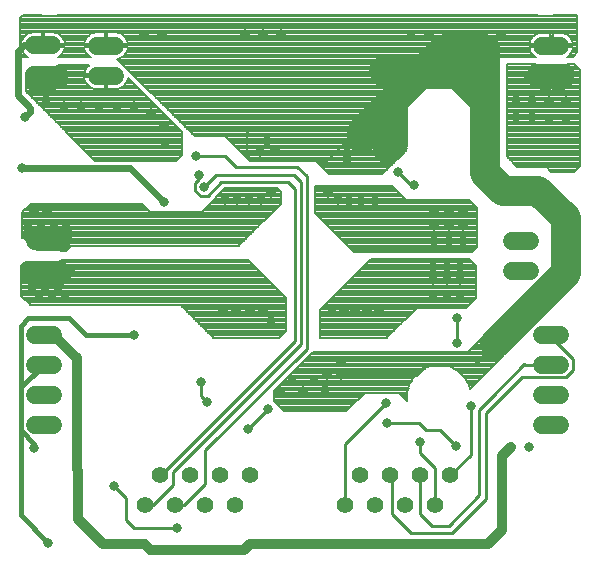
<source format=gbl>
G75*
%MOIN*%
%OFA0B0*%
%FSLAX25Y25*%
%IPPOS*%
%LPD*%
%AMOC8*
5,1,8,0,0,1.08239X$1,22.5*
%
%ADD10C,0.05937*%
%ADD11C,0.05543*%
%ADD12C,0.06000*%
%ADD13C,0.03200*%
%ADD14C,0.02400*%
%ADD15C,0.03200*%
%ADD16C,0.01000*%
%ADD17C,0.01600*%
%ADD18C,0.00800*%
%ADD19C,0.04000*%
%ADD20C,0.00787*%
%ADD21C,0.10000*%
D10*
X0011969Y0127850D02*
X0017906Y0127850D01*
X0017906Y0137850D02*
X0011969Y0137850D01*
X0011654Y0192929D02*
X0017591Y0192929D01*
X0017591Y0202929D02*
X0011654Y0202929D01*
X0171102Y0137890D02*
X0177039Y0137890D01*
X0177039Y0127890D02*
X0171102Y0127890D01*
X0181102Y0192850D02*
X0187039Y0192850D01*
X0187039Y0202850D02*
X0181102Y0202850D01*
D11*
X0150370Y0059622D03*
X0140370Y0059622D03*
X0130370Y0059622D03*
X0120370Y0059622D03*
X0115370Y0049661D03*
X0125370Y0049622D03*
X0135370Y0049622D03*
X0145370Y0049622D03*
X0083480Y0059819D03*
X0073480Y0059819D03*
X0063480Y0059819D03*
X0053480Y0059819D03*
X0048480Y0049858D03*
X0058480Y0049819D03*
X0068480Y0049819D03*
X0078480Y0049819D03*
D12*
X0017780Y0076551D02*
X0011780Y0076551D01*
X0011780Y0086551D02*
X0017780Y0086551D01*
X0017780Y0096551D02*
X0011780Y0096551D01*
X0011780Y0106551D02*
X0017780Y0106551D01*
X0032646Y0192850D02*
X0038646Y0192850D01*
X0038646Y0202850D02*
X0032646Y0202850D01*
X0181071Y0106551D02*
X0187071Y0106551D01*
X0187071Y0096551D02*
X0181071Y0096551D01*
X0181071Y0086551D02*
X0187071Y0086551D01*
X0187071Y0076551D02*
X0181071Y0076551D01*
D13*
X0016354Y0037220D03*
X0038402Y0056118D03*
X0025803Y0073441D03*
X0025803Y0077378D03*
X0011630Y0068717D03*
X0045094Y0106512D03*
X0067142Y0090764D03*
X0069110Y0084071D03*
X0082890Y0075016D03*
X0089583Y0081709D03*
X0093520Y0087614D03*
X0097457Y0091157D03*
X0101394Y0087614D03*
X0104937Y0091157D03*
X0108480Y0088008D03*
X0109268Y0093126D03*
X0113992Y0093126D03*
X0113992Y0097457D03*
X0110843Y0113992D03*
X0114780Y0114780D03*
X0118717Y0114780D03*
X0122654Y0114780D03*
X0126591Y0114780D03*
X0144701Y0119898D03*
X0144701Y0124622D03*
X0144701Y0128953D03*
X0149425Y0128953D03*
X0153756Y0128953D03*
X0153756Y0124622D03*
X0149425Y0124622D03*
X0149425Y0119898D03*
X0153756Y0119898D03*
X0152575Y0112024D03*
X0152575Y0103756D03*
X0157299Y0082890D03*
X0152181Y0069504D03*
X0140370Y0070685D03*
X0129346Y0076984D03*
X0128953Y0083677D03*
X0090764Y0111236D03*
X0088008Y0114386D03*
X0083677Y0114386D03*
X0078953Y0114386D03*
X0074622Y0114386D03*
X0075409Y0151394D03*
X0079346Y0151394D03*
X0083283Y0151394D03*
X0087220Y0151394D03*
X0090764Y0153756D03*
X0091945Y0167929D03*
X0089189Y0171079D03*
X0086827Y0167535D03*
X0068323Y0155724D03*
X0066748Y0159661D03*
X0065567Y0165961D03*
X0055331Y0170291D03*
X0054937Y0176197D03*
X0050606Y0180528D03*
X0045094Y0182890D03*
X0039189Y0182496D03*
X0033283Y0182496D03*
X0027378Y0182890D03*
X0021472Y0182890D03*
X0015567Y0184858D03*
X0008480Y0178953D03*
X0007693Y0162024D03*
X0011630Y0147457D03*
X0009661Y0143520D03*
X0013992Y0143520D03*
X0015961Y0147457D03*
X0018323Y0143520D03*
X0022260Y0141551D03*
X0019504Y0122260D03*
X0017535Y0118717D03*
X0015173Y0122260D03*
X0013205Y0118717D03*
X0010843Y0122260D03*
X0021866Y0118717D03*
X0054937Y0150606D03*
X0054150Y0206512D03*
X0048244Y0206512D03*
X0082102Y0206906D03*
X0088008Y0206906D03*
X0093913Y0206906D03*
X0115961Y0169504D03*
X0119898Y0167929D03*
X0123441Y0170291D03*
X0129740Y0168323D03*
X0132890Y0160843D03*
X0138402Y0156512D03*
X0145094Y0147850D03*
X0149819Y0147850D03*
X0154543Y0147850D03*
X0154543Y0142732D03*
X0149819Y0142732D03*
X0149819Y0137614D03*
X0154543Y0137614D03*
X0145094Y0137614D03*
X0145094Y0142732D03*
X0125409Y0151000D03*
X0120685Y0151000D03*
X0116748Y0151000D03*
X0112811Y0151394D03*
X0109661Y0153756D03*
X0115961Y0165173D03*
X0137220Y0206118D03*
X0143126Y0206512D03*
X0149425Y0206118D03*
X0155724Y0206118D03*
X0161630Y0206118D03*
X0167142Y0206512D03*
X0172260Y0184858D03*
X0172260Y0178953D03*
X0177772Y0178953D03*
X0177772Y0184858D03*
X0183283Y0184465D03*
X0188795Y0184465D03*
X0188795Y0178559D03*
X0183283Y0178559D03*
X0176591Y0069110D03*
X0170685Y0069110D03*
X0059268Y0041945D03*
D14*
X0054937Y0150606D02*
X0043520Y0162024D01*
X0007693Y0162024D01*
X0008480Y0178953D02*
X0010435Y0180908D01*
X0010435Y0182089D01*
X0006200Y0186324D01*
X0006200Y0201000D01*
X0008129Y0202929D01*
X0014622Y0202929D01*
D15*
X0014780Y0106551D02*
X0017890Y0106551D01*
X0025803Y0098638D01*
X0025803Y0077378D01*
X0025803Y0073441D01*
X0025803Y0061630D01*
X0026197Y0061236D01*
X0026197Y0045094D01*
X0034475Y0036817D01*
X0048450Y0036817D01*
X0050408Y0034858D01*
X0081592Y0034858D01*
X0083550Y0036817D01*
X0162801Y0036817D01*
X0167535Y0041551D01*
X0167535Y0065961D01*
X0170685Y0069110D01*
D16*
X0162417Y0080528D02*
X0162417Y0051787D01*
X0151000Y0040370D01*
X0137220Y0040370D01*
X0130921Y0046669D01*
X0130921Y0059071D01*
X0130370Y0059622D01*
X0140370Y0059622D02*
X0140370Y0046669D01*
X0144307Y0042732D01*
X0149819Y0042732D01*
X0160055Y0052969D01*
X0160055Y0081544D01*
X0160199Y0081689D01*
X0160199Y0081853D01*
X0163795Y0085449D01*
X0175016Y0096669D01*
X0175134Y0096551D01*
X0184071Y0096551D01*
X0188852Y0092251D02*
X0174141Y0092251D01*
X0162417Y0080528D01*
X0157299Y0082890D02*
X0157299Y0066551D01*
X0150370Y0059622D01*
X0145370Y0062142D02*
X0140370Y0067142D01*
X0140370Y0070685D01*
X0142196Y0074846D02*
X0146839Y0074846D01*
X0152181Y0069504D01*
X0145370Y0062142D02*
X0145370Y0049622D01*
X0142196Y0074846D02*
X0140058Y0076984D01*
X0129346Y0076984D01*
X0128953Y0083677D02*
X0115370Y0070094D01*
X0115370Y0049661D01*
X0089583Y0081709D02*
X0082890Y0075016D01*
X0082496Y0074622D01*
X0068717Y0067929D02*
X0102575Y0101787D01*
X0102575Y0159268D01*
X0099425Y0162417D01*
X0078953Y0162417D01*
X0075409Y0165961D01*
X0065567Y0165961D01*
X0066748Y0159661D02*
X0066748Y0158251D01*
X0065423Y0156926D01*
X0065423Y0154523D01*
X0067122Y0152824D01*
X0069524Y0152824D01*
X0073999Y0157299D01*
X0096276Y0157299D01*
X0098638Y0154937D01*
X0098638Y0104543D01*
X0053913Y0059819D01*
X0053480Y0059819D01*
X0058087Y0060843D02*
X0058087Y0056512D01*
X0051433Y0049858D01*
X0048480Y0049858D01*
X0042339Y0052181D02*
X0042339Y0044701D01*
X0045094Y0041945D01*
X0059268Y0041945D01*
X0058480Y0049819D02*
X0061630Y0049819D01*
X0068717Y0056906D01*
X0068717Y0067929D01*
X0058087Y0060843D02*
X0100606Y0103362D01*
X0100606Y0157299D01*
X0098244Y0159661D01*
X0072260Y0159661D01*
X0068323Y0155724D01*
X0113992Y0093126D02*
X0138877Y0093126D01*
X0142196Y0096445D01*
X0158256Y0096445D01*
X0165173Y0103362D01*
X0152575Y0103756D02*
X0152575Y0112024D01*
X0184071Y0106551D02*
X0184071Y0105632D01*
X0191371Y0098332D01*
X0191371Y0094770D01*
X0188852Y0092251D01*
X0138402Y0156512D02*
X0137220Y0156512D01*
X0132890Y0160843D01*
X0067142Y0086039D02*
X0069110Y0084071D01*
X0067142Y0086039D02*
X0067142Y0090764D01*
X0038402Y0056118D02*
X0042339Y0052181D01*
D17*
X0016354Y0037220D02*
X0007180Y0046395D01*
X0007180Y0074646D01*
X0007180Y0088951D01*
X0007180Y0109542D01*
X0009661Y0112024D01*
X0023441Y0112024D01*
X0028953Y0106512D01*
X0045094Y0106512D01*
X0014780Y0096551D02*
X0007180Y0088951D01*
X0007180Y0074646D02*
X0011630Y0070195D01*
X0011630Y0068717D01*
D18*
X0091551Y0084465D02*
X0091551Y0087614D01*
X0104543Y0100606D01*
X0156118Y0100606D01*
X0161630Y0106118D01*
X0162024Y0106118D01*
X0168323Y0099819D01*
X0156986Y0088482D01*
X0156639Y0089775D01*
X0155231Y0092215D01*
X0153239Y0094207D01*
X0150799Y0095616D01*
X0148078Y0096345D01*
X0145261Y0096345D01*
X0142540Y0095616D01*
X0140100Y0094207D01*
X0138108Y0092215D01*
X0136699Y0089775D01*
X0135970Y0087054D01*
X0135970Y0084534D01*
X0133283Y0087220D01*
X0121866Y0087220D01*
X0115567Y0080921D01*
X0095094Y0080921D01*
X0091551Y0084465D01*
X0091551Y0084844D02*
X0119489Y0084844D01*
X0118691Y0084045D02*
X0091971Y0084045D01*
X0092769Y0083247D02*
X0117892Y0083247D01*
X0117094Y0082448D02*
X0093568Y0082448D01*
X0094366Y0081650D02*
X0116295Y0081650D01*
X0120288Y0085642D02*
X0091551Y0085642D01*
X0091551Y0086441D02*
X0121086Y0086441D01*
X0134063Y0086441D02*
X0135970Y0086441D01*
X0135970Y0085642D02*
X0134862Y0085642D01*
X0135660Y0084844D02*
X0135970Y0084844D01*
X0136020Y0087239D02*
X0091551Y0087239D01*
X0091975Y0088038D02*
X0136234Y0088038D01*
X0136448Y0088836D02*
X0092773Y0088836D01*
X0093572Y0089635D02*
X0136662Y0089635D01*
X0137079Y0090433D02*
X0094370Y0090433D01*
X0095169Y0091232D02*
X0137540Y0091232D01*
X0138001Y0092030D02*
X0095967Y0092030D01*
X0096766Y0092829D02*
X0138721Y0092829D01*
X0139520Y0093627D02*
X0097564Y0093627D01*
X0098363Y0094426D02*
X0140479Y0094426D01*
X0141862Y0095224D02*
X0099161Y0095224D01*
X0099960Y0096023D02*
X0144059Y0096023D01*
X0149280Y0096023D02*
X0164527Y0096023D01*
X0165325Y0096821D02*
X0100758Y0096821D01*
X0101557Y0097620D02*
X0166124Y0097620D01*
X0166922Y0098418D02*
X0102355Y0098418D01*
X0103154Y0099217D02*
X0167721Y0099217D01*
X0168126Y0100015D02*
X0103952Y0100015D01*
X0151477Y0095224D02*
X0163728Y0095224D01*
X0162930Y0094426D02*
X0152860Y0094426D01*
X0153819Y0093627D02*
X0162131Y0093627D01*
X0161333Y0092829D02*
X0154617Y0092829D01*
X0155338Y0092030D02*
X0160534Y0092030D01*
X0159736Y0091232D02*
X0155799Y0091232D01*
X0156260Y0090433D02*
X0158937Y0090433D01*
X0158139Y0089635D02*
X0156677Y0089635D01*
X0156891Y0088836D02*
X0157340Y0088836D01*
X0156326Y0100814D02*
X0167328Y0100814D01*
X0166529Y0101612D02*
X0157124Y0101612D01*
X0157923Y0102411D02*
X0165731Y0102411D01*
X0164932Y0103209D02*
X0158721Y0103209D01*
X0159520Y0104008D02*
X0164134Y0104008D01*
X0163335Y0104806D02*
X0160318Y0104806D01*
X0161117Y0105605D02*
X0162537Y0105605D01*
X0184071Y0160843D02*
X0182496Y0162417D01*
X0172654Y0162417D01*
X0169110Y0165961D01*
X0169110Y0196669D01*
X0178975Y0196669D01*
X0178813Y0196587D01*
X0178256Y0196182D01*
X0177770Y0195696D01*
X0177366Y0195140D01*
X0177054Y0194527D01*
X0176841Y0193873D01*
X0176743Y0193250D01*
X0183671Y0193250D01*
X0183671Y0192450D01*
X0184471Y0192450D01*
X0184471Y0188482D01*
X0187383Y0188482D01*
X0188062Y0188589D01*
X0188716Y0188802D01*
X0189329Y0189114D01*
X0189885Y0189518D01*
X0190371Y0190005D01*
X0190776Y0190561D01*
X0191088Y0191173D01*
X0191300Y0191827D01*
X0191399Y0192450D01*
X0184471Y0192450D01*
X0184471Y0193250D01*
X0191399Y0193250D01*
X0191300Y0193873D01*
X0191088Y0194527D01*
X0190776Y0195140D01*
X0190371Y0195696D01*
X0189885Y0196182D01*
X0189329Y0196587D01*
X0189167Y0196669D01*
X0191551Y0196669D01*
X0193450Y0194770D01*
X0193450Y0162742D01*
X0191551Y0160843D01*
X0184071Y0160843D01*
X0183413Y0161501D02*
X0192209Y0161501D01*
X0193008Y0162299D02*
X0182614Y0162299D01*
X0171973Y0163098D02*
X0193450Y0163098D01*
X0193450Y0163896D02*
X0171175Y0163896D01*
X0170376Y0164695D02*
X0193450Y0164695D01*
X0193450Y0165493D02*
X0169578Y0165493D01*
X0169110Y0166292D02*
X0193450Y0166292D01*
X0193450Y0167090D02*
X0169110Y0167090D01*
X0169110Y0167889D02*
X0193450Y0167889D01*
X0193450Y0168687D02*
X0169110Y0168687D01*
X0169110Y0169486D02*
X0193450Y0169486D01*
X0193450Y0170284D02*
X0169110Y0170284D01*
X0169110Y0171083D02*
X0193450Y0171083D01*
X0193450Y0171881D02*
X0169110Y0171881D01*
X0169110Y0172680D02*
X0193450Y0172680D01*
X0193450Y0173478D02*
X0169110Y0173478D01*
X0169110Y0174277D02*
X0193450Y0174277D01*
X0193450Y0175075D02*
X0169110Y0175075D01*
X0169110Y0175874D02*
X0193450Y0175874D01*
X0193450Y0176672D02*
X0169110Y0176672D01*
X0169110Y0177471D02*
X0193450Y0177471D01*
X0193450Y0178270D02*
X0169110Y0178270D01*
X0169110Y0179068D02*
X0193450Y0179068D01*
X0193450Y0179867D02*
X0169110Y0179867D01*
X0169110Y0180665D02*
X0193450Y0180665D01*
X0193450Y0181464D02*
X0169110Y0181464D01*
X0169110Y0182262D02*
X0193450Y0182262D01*
X0193450Y0183061D02*
X0169110Y0183061D01*
X0169110Y0183859D02*
X0193450Y0183859D01*
X0193450Y0184658D02*
X0169110Y0184658D01*
X0169110Y0185456D02*
X0193450Y0185456D01*
X0193450Y0186255D02*
X0169110Y0186255D01*
X0169110Y0187053D02*
X0193450Y0187053D01*
X0193450Y0187852D02*
X0169110Y0187852D01*
X0169110Y0188650D02*
X0179893Y0188650D01*
X0180079Y0188589D02*
X0180759Y0188482D01*
X0183671Y0188482D01*
X0183671Y0192450D01*
X0176743Y0192450D01*
X0176841Y0191827D01*
X0177054Y0191173D01*
X0177366Y0190561D01*
X0177770Y0190005D01*
X0178256Y0189518D01*
X0178813Y0189114D01*
X0179425Y0188802D01*
X0180079Y0188589D01*
X0178352Y0189449D02*
X0169110Y0189449D01*
X0169110Y0190247D02*
X0177594Y0190247D01*
X0177119Y0191046D02*
X0169110Y0191046D01*
X0169110Y0191844D02*
X0176839Y0191844D01*
X0176773Y0193441D02*
X0169110Y0193441D01*
X0169110Y0192643D02*
X0183671Y0192643D01*
X0183671Y0191844D02*
X0184471Y0191844D01*
X0184471Y0191046D02*
X0183671Y0191046D01*
X0183671Y0190247D02*
X0184471Y0190247D01*
X0184471Y0189449D02*
X0183671Y0189449D01*
X0183671Y0188650D02*
X0184471Y0188650D01*
X0184471Y0192643D02*
X0193450Y0192643D01*
X0193450Y0193441D02*
X0191369Y0193441D01*
X0191181Y0194240D02*
X0193450Y0194240D01*
X0193182Y0195038D02*
X0190827Y0195038D01*
X0190231Y0195837D02*
X0192384Y0195837D01*
X0191585Y0196635D02*
X0189234Y0196635D01*
X0189167Y0199031D02*
X0189329Y0199114D01*
X0189885Y0199518D01*
X0190371Y0200005D01*
X0190776Y0200561D01*
X0191088Y0201173D01*
X0191300Y0201827D01*
X0191399Y0202450D01*
X0184471Y0202450D01*
X0184471Y0203250D01*
X0191399Y0203250D01*
X0191300Y0203873D01*
X0191088Y0204527D01*
X0190776Y0205140D01*
X0190371Y0205696D01*
X0189885Y0206182D01*
X0189329Y0206587D01*
X0188716Y0206899D01*
X0188062Y0207111D01*
X0187383Y0207219D01*
X0184471Y0207219D01*
X0184471Y0203250D01*
X0183671Y0203250D01*
X0183671Y0202450D01*
X0176743Y0202450D01*
X0176841Y0201827D01*
X0177054Y0201173D01*
X0177366Y0200561D01*
X0177770Y0200005D01*
X0178256Y0199518D01*
X0178813Y0199114D01*
X0178975Y0199031D01*
X0166748Y0199031D01*
X0165567Y0197850D01*
X0039976Y0197850D01*
X0039324Y0198503D01*
X0039676Y0198559D01*
X0040335Y0198773D01*
X0040952Y0199087D01*
X0041512Y0199494D01*
X0042002Y0199984D01*
X0042409Y0200544D01*
X0042723Y0201161D01*
X0042937Y0201820D01*
X0043037Y0202450D01*
X0036046Y0202450D01*
X0036046Y0203250D01*
X0043037Y0203250D01*
X0042937Y0203881D01*
X0042723Y0204539D01*
X0042409Y0205156D01*
X0042002Y0205717D01*
X0041512Y0206207D01*
X0040952Y0206614D01*
X0040335Y0206928D01*
X0039676Y0207142D01*
X0038992Y0207250D01*
X0036046Y0207250D01*
X0036046Y0203250D01*
X0035246Y0203250D01*
X0035246Y0202450D01*
X0028254Y0202450D01*
X0028354Y0201820D01*
X0028568Y0201161D01*
X0028882Y0200544D01*
X0029290Y0199984D01*
X0029779Y0199494D01*
X0030340Y0199087D01*
X0030449Y0199031D01*
X0019563Y0199031D01*
X0019880Y0199193D01*
X0020436Y0199597D01*
X0020923Y0200083D01*
X0021327Y0200640D01*
X0021639Y0201252D01*
X0021851Y0201906D01*
X0021950Y0202529D01*
X0015022Y0202529D01*
X0015022Y0203329D01*
X0021950Y0203329D01*
X0021851Y0203952D01*
X0021639Y0204606D01*
X0021327Y0205219D01*
X0020923Y0205775D01*
X0020436Y0206261D01*
X0019880Y0206665D01*
X0019267Y0206978D01*
X0018614Y0207190D01*
X0017934Y0207298D01*
X0015022Y0207298D01*
X0015022Y0203329D01*
X0014222Y0203329D01*
X0014222Y0202529D01*
X0007294Y0202529D01*
X0007393Y0201906D01*
X0007605Y0201252D01*
X0007917Y0200640D01*
X0008321Y0200083D01*
X0008808Y0199597D01*
X0009364Y0199193D01*
X0009681Y0199031D01*
X0008087Y0199031D01*
X0006906Y0200213D01*
X0006906Y0212024D01*
X0008087Y0213205D01*
X0013352Y0213205D01*
X0015080Y0212742D01*
X0018416Y0212742D01*
X0020144Y0213205D01*
X0178707Y0213205D01*
X0180435Y0212742D01*
X0183770Y0212742D01*
X0185498Y0213205D01*
X0192732Y0213205D01*
X0192732Y0200606D01*
X0191157Y0199031D01*
X0189167Y0199031D01*
X0190196Y0199829D02*
X0191955Y0199829D01*
X0192732Y0200628D02*
X0190810Y0200628D01*
X0191170Y0201426D02*
X0192732Y0201426D01*
X0192732Y0202225D02*
X0191363Y0202225D01*
X0192732Y0203023D02*
X0184471Y0203023D01*
X0184471Y0203822D02*
X0183671Y0203822D01*
X0183671Y0203250D02*
X0183671Y0207219D01*
X0180759Y0207219D01*
X0180079Y0207111D01*
X0179425Y0206899D01*
X0178813Y0206587D01*
X0178256Y0206182D01*
X0177770Y0205696D01*
X0177366Y0205140D01*
X0177054Y0204527D01*
X0176841Y0203873D01*
X0176743Y0203250D01*
X0183671Y0203250D01*
X0183671Y0203023D02*
X0036046Y0203023D01*
X0036046Y0203822D02*
X0035246Y0203822D01*
X0035246Y0203250D02*
X0035246Y0207250D01*
X0032299Y0207250D01*
X0031615Y0207142D01*
X0030957Y0206928D01*
X0030340Y0206614D01*
X0029779Y0206207D01*
X0029290Y0205717D01*
X0028882Y0205156D01*
X0028568Y0204539D01*
X0028354Y0203881D01*
X0028254Y0203250D01*
X0035246Y0203250D01*
X0035246Y0203023D02*
X0015022Y0203023D01*
X0015022Y0203822D02*
X0014222Y0203822D01*
X0014222Y0203329D02*
X0014222Y0207298D01*
X0011310Y0207298D01*
X0010631Y0207190D01*
X0009977Y0206978D01*
X0009364Y0206665D01*
X0008808Y0206261D01*
X0008321Y0205775D01*
X0007917Y0205219D01*
X0007605Y0204606D01*
X0007393Y0203952D01*
X0007294Y0203329D01*
X0014222Y0203329D01*
X0014222Y0203023D02*
X0006906Y0203023D01*
X0006906Y0202225D02*
X0007342Y0202225D01*
X0007549Y0201426D02*
X0006906Y0201426D01*
X0006906Y0200628D02*
X0007926Y0200628D01*
X0007289Y0199829D02*
X0008575Y0199829D01*
X0007372Y0203822D02*
X0006906Y0203822D01*
X0006906Y0204620D02*
X0007612Y0204620D01*
X0008063Y0205419D02*
X0006906Y0205419D01*
X0006906Y0206217D02*
X0008764Y0206217D01*
X0010095Y0207016D02*
X0006906Y0207016D01*
X0006906Y0207814D02*
X0192732Y0207814D01*
X0192732Y0207016D02*
X0188356Y0207016D01*
X0189837Y0206217D02*
X0192732Y0206217D01*
X0192732Y0205419D02*
X0190573Y0205419D01*
X0191040Y0204620D02*
X0192732Y0204620D01*
X0192732Y0203822D02*
X0191308Y0203822D01*
X0192732Y0208613D02*
X0006906Y0208613D01*
X0006906Y0209411D02*
X0192732Y0209411D01*
X0192732Y0210210D02*
X0006906Y0210210D01*
X0006906Y0211008D02*
X0192732Y0211008D01*
X0192732Y0211807D02*
X0006906Y0211807D01*
X0007487Y0212605D02*
X0192732Y0212605D01*
X0184471Y0207016D02*
X0183671Y0207016D01*
X0183671Y0206217D02*
X0184471Y0206217D01*
X0184471Y0205419D02*
X0183671Y0205419D01*
X0183671Y0204620D02*
X0184471Y0204620D01*
X0179786Y0207016D02*
X0040064Y0207016D01*
X0041497Y0206217D02*
X0178305Y0206217D01*
X0177569Y0205419D02*
X0042218Y0205419D01*
X0042682Y0204620D02*
X0177101Y0204620D01*
X0176833Y0203822D02*
X0042947Y0203822D01*
X0043001Y0202225D02*
X0176778Y0202225D01*
X0176972Y0201426D02*
X0042809Y0201426D01*
X0042451Y0200628D02*
X0177332Y0200628D01*
X0177945Y0199829D02*
X0041847Y0199829D01*
X0040841Y0199031D02*
X0166747Y0199031D01*
X0165949Y0198232D02*
X0039594Y0198232D01*
X0143114Y0198232D01*
X0143126Y0198244D02*
X0109268Y0164386D01*
X0083677Y0164386D01*
X0075409Y0172654D01*
X0065173Y0172654D01*
X0039583Y0198244D01*
X0143126Y0198244D01*
X0142316Y0197434D02*
X0040393Y0197434D01*
X0041191Y0196635D02*
X0141517Y0196635D01*
X0140719Y0195837D02*
X0041990Y0195837D01*
X0042789Y0195038D02*
X0139920Y0195038D01*
X0139122Y0194240D02*
X0043587Y0194240D01*
X0044386Y0193441D02*
X0138323Y0193441D01*
X0137525Y0192643D02*
X0045184Y0192643D01*
X0045983Y0191844D02*
X0136726Y0191844D01*
X0135928Y0191046D02*
X0046781Y0191046D01*
X0047580Y0190247D02*
X0135129Y0190247D01*
X0134331Y0189449D02*
X0048378Y0189449D01*
X0049177Y0188650D02*
X0133532Y0188650D01*
X0132734Y0187852D02*
X0049975Y0187852D01*
X0050774Y0187053D02*
X0131935Y0187053D01*
X0131137Y0186255D02*
X0051572Y0186255D01*
X0052371Y0185456D02*
X0130338Y0185456D01*
X0129539Y0184658D02*
X0053169Y0184658D01*
X0053968Y0183859D02*
X0128741Y0183859D01*
X0127942Y0183061D02*
X0054766Y0183061D01*
X0055565Y0182262D02*
X0127144Y0182262D01*
X0126345Y0181464D02*
X0056363Y0181464D01*
X0057162Y0180665D02*
X0125547Y0180665D01*
X0124748Y0179867D02*
X0057960Y0179867D01*
X0058759Y0179068D02*
X0123950Y0179068D01*
X0123151Y0178270D02*
X0059557Y0178270D01*
X0060356Y0177471D02*
X0122353Y0177471D01*
X0121554Y0176672D02*
X0061154Y0176672D01*
X0061953Y0175874D02*
X0120756Y0175874D01*
X0119957Y0175075D02*
X0062751Y0175075D01*
X0063550Y0174277D02*
X0119159Y0174277D01*
X0118360Y0173478D02*
X0064348Y0173478D01*
X0065147Y0172680D02*
X0117562Y0172680D01*
X0116763Y0171881D02*
X0076182Y0171881D01*
X0076980Y0171083D02*
X0115965Y0171083D01*
X0115166Y0170284D02*
X0077779Y0170284D01*
X0078577Y0169486D02*
X0114368Y0169486D01*
X0113569Y0168687D02*
X0079376Y0168687D01*
X0080174Y0167889D02*
X0112771Y0167889D01*
X0111972Y0167090D02*
X0080973Y0167090D01*
X0081771Y0166292D02*
X0111174Y0166292D01*
X0110375Y0165493D02*
X0082570Y0165493D01*
X0083357Y0165493D02*
X0133210Y0165493D01*
X0132411Y0164695D02*
X0084156Y0164695D01*
X0084465Y0164386D02*
X0082496Y0166354D01*
X0082496Y0173835D01*
X0084465Y0175803D01*
X0128559Y0175803D01*
X0136039Y0168323D01*
X0127772Y0160055D01*
X0110055Y0160055D01*
X0105724Y0164386D01*
X0084465Y0164386D01*
X0083368Y0164695D02*
X0109577Y0164695D01*
X0107811Y0162299D02*
X0130016Y0162299D01*
X0129217Y0161501D02*
X0108609Y0161501D01*
X0109408Y0160702D02*
X0128419Y0160702D01*
X0130814Y0163098D02*
X0107012Y0163098D01*
X0106214Y0163896D02*
X0131613Y0163896D01*
X0134008Y0166292D02*
X0082559Y0166292D01*
X0082496Y0167090D02*
X0134807Y0167090D01*
X0135605Y0167889D02*
X0082496Y0167889D01*
X0082496Y0168687D02*
X0135675Y0168687D01*
X0134876Y0169486D02*
X0082496Y0169486D01*
X0082496Y0170284D02*
X0134078Y0170284D01*
X0133279Y0171083D02*
X0082496Y0171083D01*
X0082496Y0171881D02*
X0132481Y0171881D01*
X0131682Y0172680D02*
X0082496Y0172680D01*
X0082496Y0173478D02*
X0130884Y0173478D01*
X0130085Y0174277D02*
X0082938Y0174277D01*
X0083737Y0175075D02*
X0129287Y0175075D01*
X0169110Y0194240D02*
X0176960Y0194240D01*
X0177314Y0195038D02*
X0169110Y0195038D01*
X0169110Y0195837D02*
X0177911Y0195837D01*
X0178908Y0196635D02*
X0169110Y0196635D01*
X0188249Y0188650D02*
X0193450Y0188650D01*
X0193450Y0189449D02*
X0189789Y0189449D01*
X0190548Y0190247D02*
X0193450Y0190247D01*
X0193450Y0191046D02*
X0191023Y0191046D01*
X0191303Y0191844D02*
X0193450Y0191844D01*
X0060843Y0174228D02*
X0060843Y0166354D01*
X0058874Y0164386D01*
X0044088Y0164386D01*
X0043997Y0164424D01*
X0032065Y0164424D01*
X0008874Y0187614D01*
X0008874Y0189549D01*
X0009364Y0189193D01*
X0009977Y0188881D01*
X0010631Y0188668D01*
X0011310Y0188561D01*
X0014222Y0188561D01*
X0014222Y0192529D01*
X0015022Y0192529D01*
X0015022Y0188561D01*
X0017934Y0188561D01*
X0018614Y0188668D01*
X0019267Y0188881D01*
X0019880Y0189193D01*
X0020436Y0189597D01*
X0020923Y0190083D01*
X0021327Y0190640D01*
X0021639Y0191252D01*
X0021851Y0191906D01*
X0021950Y0192529D01*
X0015022Y0192529D01*
X0015022Y0193329D01*
X0021950Y0193329D01*
X0021851Y0193952D01*
X0021639Y0194606D01*
X0021327Y0195219D01*
X0020923Y0195775D01*
X0020436Y0196261D01*
X0020417Y0196276D01*
X0029874Y0196276D01*
X0029779Y0196207D01*
X0029290Y0195717D01*
X0028882Y0195156D01*
X0028568Y0194539D01*
X0028354Y0193881D01*
X0028254Y0193250D01*
X0035246Y0193250D01*
X0035246Y0192450D01*
X0036046Y0192450D01*
X0036046Y0188450D01*
X0038992Y0188450D01*
X0039676Y0188559D01*
X0040335Y0188773D01*
X0040952Y0189087D01*
X0041512Y0189494D01*
X0042002Y0189984D01*
X0042409Y0190544D01*
X0042723Y0191161D01*
X0042937Y0191820D01*
X0042980Y0192091D01*
X0060843Y0174228D01*
X0060794Y0174277D02*
X0022211Y0174277D01*
X0021413Y0175075D02*
X0059995Y0175075D01*
X0059197Y0175874D02*
X0020614Y0175874D01*
X0019816Y0176672D02*
X0058398Y0176672D01*
X0057600Y0177471D02*
X0019017Y0177471D01*
X0018219Y0178270D02*
X0056801Y0178270D01*
X0056003Y0179068D02*
X0017420Y0179068D01*
X0016622Y0179867D02*
X0055204Y0179867D01*
X0054406Y0180665D02*
X0015823Y0180665D01*
X0015025Y0181464D02*
X0053607Y0181464D01*
X0052809Y0182262D02*
X0014226Y0182262D01*
X0013428Y0183061D02*
X0052010Y0183061D01*
X0051212Y0183859D02*
X0012629Y0183859D01*
X0011831Y0184658D02*
X0050413Y0184658D01*
X0049615Y0185456D02*
X0011032Y0185456D01*
X0010234Y0186255D02*
X0048816Y0186255D01*
X0048018Y0187053D02*
X0009435Y0187053D01*
X0008874Y0187852D02*
X0047219Y0187852D01*
X0046421Y0188650D02*
X0039957Y0188650D01*
X0041449Y0189449D02*
X0045622Y0189449D01*
X0044824Y0190247D02*
X0042193Y0190247D01*
X0042664Y0191046D02*
X0044025Y0191046D01*
X0043227Y0191844D02*
X0042941Y0191844D01*
X0036046Y0191844D02*
X0035246Y0191844D01*
X0035246Y0192450D02*
X0035246Y0188450D01*
X0032299Y0188450D01*
X0031615Y0188559D01*
X0030957Y0188773D01*
X0030340Y0189087D01*
X0029779Y0189494D01*
X0029290Y0189984D01*
X0028882Y0190544D01*
X0028568Y0191161D01*
X0028354Y0191820D01*
X0028254Y0192450D01*
X0035246Y0192450D01*
X0035246Y0192643D02*
X0015022Y0192643D01*
X0015022Y0191844D02*
X0014222Y0191844D01*
X0014222Y0191046D02*
X0015022Y0191046D01*
X0015022Y0190247D02*
X0014222Y0190247D01*
X0014222Y0189449D02*
X0015022Y0189449D01*
X0015022Y0188650D02*
X0014222Y0188650D01*
X0010744Y0188650D02*
X0008874Y0188650D01*
X0008874Y0189449D02*
X0009012Y0189449D01*
X0018500Y0188650D02*
X0031334Y0188650D01*
X0029842Y0189449D02*
X0020232Y0189449D01*
X0021042Y0190247D02*
X0029098Y0190247D01*
X0028627Y0191046D02*
X0021534Y0191046D01*
X0021831Y0191844D02*
X0028350Y0191844D01*
X0028284Y0193441D02*
X0021932Y0193441D01*
X0021758Y0194240D02*
X0028471Y0194240D01*
X0028822Y0195038D02*
X0021419Y0195038D01*
X0020861Y0195837D02*
X0029409Y0195837D01*
X0029444Y0199829D02*
X0020669Y0199829D01*
X0021318Y0200628D02*
X0028840Y0200628D01*
X0028482Y0201426D02*
X0021696Y0201426D01*
X0021902Y0202225D02*
X0028290Y0202225D01*
X0028345Y0203822D02*
X0021872Y0203822D01*
X0021632Y0204620D02*
X0028609Y0204620D01*
X0029073Y0205419D02*
X0021181Y0205419D01*
X0020480Y0206217D02*
X0029794Y0206217D01*
X0031227Y0207016D02*
X0019149Y0207016D01*
X0015022Y0207016D02*
X0014222Y0207016D01*
X0014222Y0206217D02*
X0015022Y0206217D01*
X0015022Y0205419D02*
X0014222Y0205419D01*
X0014222Y0204620D02*
X0015022Y0204620D01*
X0035246Y0204620D02*
X0036046Y0204620D01*
X0036046Y0205419D02*
X0035246Y0205419D01*
X0035246Y0206217D02*
X0036046Y0206217D01*
X0036046Y0207016D02*
X0035246Y0207016D01*
X0035246Y0191046D02*
X0036046Y0191046D01*
X0036046Y0190247D02*
X0035246Y0190247D01*
X0035246Y0189449D02*
X0036046Y0189449D01*
X0036046Y0188650D02*
X0035246Y0188650D01*
X0023010Y0173478D02*
X0060843Y0173478D01*
X0060843Y0172680D02*
X0023808Y0172680D01*
X0024607Y0171881D02*
X0060843Y0171881D01*
X0060843Y0171083D02*
X0025405Y0171083D01*
X0026204Y0170284D02*
X0060843Y0170284D01*
X0060843Y0169486D02*
X0027002Y0169486D01*
X0027801Y0168687D02*
X0060843Y0168687D01*
X0060843Y0167889D02*
X0028599Y0167889D01*
X0029398Y0167090D02*
X0060843Y0167090D01*
X0060780Y0166292D02*
X0030196Y0166292D01*
X0030995Y0165493D02*
X0059982Y0165493D01*
X0059183Y0164695D02*
X0031793Y0164695D01*
D19*
X0022260Y0141551D02*
X0022260Y0138008D01*
X0020685Y0136433D01*
X0012811Y0136433D01*
X0009661Y0139583D01*
X0013205Y0139583D01*
X0020291Y0139583D01*
X0022260Y0141551D01*
X0014937Y0137850D02*
X0013205Y0139583D01*
X0009268Y0128953D02*
X0020291Y0128953D01*
X0020685Y0129346D01*
X0023362Y0127850D02*
X0023441Y0127772D01*
X0020291Y0124622D01*
X0010843Y0124622D01*
X0009268Y0126197D01*
X0009268Y0128953D01*
X0014937Y0127850D02*
X0023362Y0127850D01*
X0018323Y0189976D02*
X0010449Y0189976D01*
X0010449Y0193520D01*
X0014031Y0193520D01*
X0014622Y0192929D01*
X0018520Y0192929D01*
X0020291Y0194701D01*
X0021079Y0193913D01*
X0021079Y0191157D01*
X0019504Y0191157D01*
X0018323Y0189976D01*
X0176984Y0192732D02*
X0179346Y0190370D01*
X0186827Y0190370D01*
X0187220Y0189976D01*
X0188008Y0189976D01*
X0189583Y0191551D01*
X0189583Y0194307D01*
X0189189Y0194307D01*
X0188795Y0194701D01*
X0178559Y0194701D01*
X0178165Y0194307D01*
X0177102Y0192850D02*
X0176984Y0192732D01*
X0177102Y0192850D02*
X0184071Y0192850D01*
D20*
X0156512Y0151394D02*
X0159268Y0148638D01*
X0159268Y0135646D01*
X0157693Y0134071D01*
X0118323Y0134071D01*
X0105331Y0147063D01*
X0105331Y0156118D01*
X0130921Y0156118D01*
X0135646Y0151394D01*
X0156512Y0151394D01*
X0156796Y0151109D02*
X0105331Y0151109D01*
X0105331Y0150323D02*
X0157582Y0150323D01*
X0158368Y0149538D02*
X0105331Y0149538D01*
X0105331Y0148752D02*
X0159154Y0148752D01*
X0159268Y0147966D02*
X0105331Y0147966D01*
X0105331Y0147180D02*
X0159268Y0147180D01*
X0159268Y0146394D02*
X0106000Y0146394D01*
X0106786Y0145608D02*
X0159268Y0145608D01*
X0159268Y0144822D02*
X0107572Y0144822D01*
X0108358Y0144036D02*
X0159268Y0144036D01*
X0159268Y0143250D02*
X0109143Y0143250D01*
X0109929Y0142464D02*
X0159268Y0142464D01*
X0159268Y0141678D02*
X0110715Y0141678D01*
X0111501Y0140892D02*
X0159268Y0140892D01*
X0159268Y0140107D02*
X0112287Y0140107D01*
X0113073Y0139321D02*
X0159268Y0139321D01*
X0159268Y0138535D02*
X0113859Y0138535D01*
X0114645Y0137749D02*
X0159268Y0137749D01*
X0159268Y0136963D02*
X0115431Y0136963D01*
X0116217Y0136177D02*
X0159268Y0136177D01*
X0159013Y0135391D02*
X0117003Y0135391D01*
X0117789Y0134605D02*
X0158227Y0134605D01*
X0156512Y0131709D02*
X0158874Y0129346D01*
X0158874Y0118717D01*
X0155724Y0115567D01*
X0139189Y0115567D01*
X0128953Y0105331D01*
X0106906Y0105331D01*
X0106906Y0114780D01*
X0123835Y0131709D01*
X0156512Y0131709D01*
X0156759Y0131462D02*
X0123588Y0131462D01*
X0122802Y0130676D02*
X0157545Y0130676D01*
X0158331Y0129890D02*
X0122016Y0129890D01*
X0121230Y0129104D02*
X0158874Y0129104D01*
X0158874Y0128318D02*
X0120444Y0128318D01*
X0119658Y0127532D02*
X0158874Y0127532D01*
X0158874Y0126746D02*
X0118872Y0126746D01*
X0118086Y0125960D02*
X0158874Y0125960D01*
X0158874Y0125174D02*
X0117300Y0125174D01*
X0116514Y0124388D02*
X0158874Y0124388D01*
X0158874Y0123602D02*
X0115728Y0123602D01*
X0114942Y0122816D02*
X0158874Y0122816D01*
X0158874Y0122031D02*
X0114157Y0122031D01*
X0113371Y0121245D02*
X0158874Y0121245D01*
X0158874Y0120459D02*
X0112585Y0120459D01*
X0111799Y0119673D02*
X0158874Y0119673D01*
X0158874Y0118887D02*
X0111013Y0118887D01*
X0110227Y0118101D02*
X0158259Y0118101D01*
X0157473Y0117315D02*
X0109441Y0117315D01*
X0108655Y0116529D02*
X0156687Y0116529D01*
X0155901Y0115743D02*
X0107869Y0115743D01*
X0107083Y0114957D02*
X0138579Y0114957D01*
X0137794Y0114171D02*
X0106906Y0114171D01*
X0106906Y0113386D02*
X0137008Y0113386D01*
X0136222Y0112600D02*
X0106906Y0112600D01*
X0106906Y0111814D02*
X0135436Y0111814D01*
X0134650Y0111028D02*
X0106906Y0111028D01*
X0106906Y0110242D02*
X0133864Y0110242D01*
X0133078Y0109456D02*
X0106906Y0109456D01*
X0106906Y0108670D02*
X0132292Y0108670D01*
X0131506Y0107884D02*
X0106906Y0107884D01*
X0106906Y0107098D02*
X0130720Y0107098D01*
X0129934Y0106312D02*
X0106906Y0106312D01*
X0106906Y0105526D02*
X0129148Y0105526D01*
X0095488Y0107693D02*
X0095488Y0118717D01*
X0082890Y0131315D01*
X0020558Y0131315D01*
X0020747Y0131178D01*
X0021233Y0130692D01*
X0021636Y0130137D01*
X0021948Y0129525D01*
X0022160Y0128872D01*
X0022260Y0128244D01*
X0015331Y0128244D01*
X0015331Y0127457D01*
X0022260Y0127457D01*
X0022160Y0126829D01*
X0021948Y0126176D01*
X0021636Y0125564D01*
X0021233Y0125009D01*
X0020747Y0124523D01*
X0020192Y0124120D01*
X0019580Y0123808D01*
X0018927Y0123596D01*
X0018249Y0123488D01*
X0015331Y0123488D01*
X0015331Y0127457D01*
X0014543Y0127457D01*
X0007614Y0127457D01*
X0007714Y0126829D01*
X0007926Y0126176D01*
X0008238Y0125564D01*
X0008641Y0125009D01*
X0009127Y0124523D01*
X0009682Y0124120D01*
X0010294Y0123808D01*
X0010947Y0123596D01*
X0011625Y0123488D01*
X0014543Y0123488D01*
X0014543Y0127457D01*
X0014543Y0128244D01*
X0007614Y0128244D01*
X0007714Y0128872D01*
X0007926Y0129525D01*
X0008238Y0130137D01*
X0008631Y0130679D01*
X0007299Y0129346D01*
X0007299Y0119504D01*
X0010449Y0116354D01*
X0060449Y0116354D01*
X0071472Y0105331D01*
X0093126Y0105331D01*
X0095488Y0107693D01*
X0095488Y0107884D02*
X0068919Y0107884D01*
X0069705Y0107098D02*
X0094894Y0107098D01*
X0094108Y0106312D02*
X0070491Y0106312D01*
X0071277Y0105526D02*
X0093322Y0105526D01*
X0095488Y0108670D02*
X0068133Y0108670D01*
X0067347Y0109456D02*
X0095488Y0109456D01*
X0095488Y0110242D02*
X0066561Y0110242D01*
X0065775Y0111028D02*
X0095488Y0111028D01*
X0095488Y0111814D02*
X0064989Y0111814D01*
X0064204Y0112600D02*
X0095488Y0112600D01*
X0095488Y0113386D02*
X0063418Y0113386D01*
X0062632Y0114171D02*
X0095488Y0114171D01*
X0095488Y0114957D02*
X0061846Y0114957D01*
X0061060Y0115743D02*
X0095488Y0115743D01*
X0095488Y0116529D02*
X0010274Y0116529D01*
X0009488Y0117315D02*
X0095488Y0117315D01*
X0095488Y0118101D02*
X0008702Y0118101D01*
X0007916Y0118887D02*
X0095318Y0118887D01*
X0094532Y0119673D02*
X0007299Y0119673D01*
X0007299Y0120459D02*
X0093746Y0120459D01*
X0092960Y0121245D02*
X0007299Y0121245D01*
X0007299Y0122031D02*
X0092174Y0122031D01*
X0091388Y0122816D02*
X0007299Y0122816D01*
X0007299Y0123602D02*
X0010926Y0123602D01*
X0009312Y0124388D02*
X0007299Y0124388D01*
X0007299Y0125174D02*
X0008521Y0125174D01*
X0008036Y0125960D02*
X0007299Y0125960D01*
X0007299Y0126746D02*
X0007741Y0126746D01*
X0007299Y0127532D02*
X0014543Y0127532D01*
X0014543Y0126746D02*
X0015331Y0126746D01*
X0015331Y0125960D02*
X0014543Y0125960D01*
X0014543Y0125174D02*
X0015331Y0125174D01*
X0015331Y0124388D02*
X0014543Y0124388D01*
X0014543Y0123602D02*
X0015331Y0123602D01*
X0018948Y0123602D02*
X0090602Y0123602D01*
X0089816Y0124388D02*
X0020562Y0124388D01*
X0021353Y0125174D02*
X0089030Y0125174D01*
X0088245Y0125960D02*
X0021838Y0125960D01*
X0022133Y0126746D02*
X0087459Y0126746D01*
X0086673Y0127532D02*
X0015331Y0127532D01*
X0021245Y0130676D02*
X0083529Y0130676D01*
X0084315Y0129890D02*
X0021762Y0129890D01*
X0022085Y0129104D02*
X0085101Y0129104D01*
X0085887Y0128318D02*
X0022248Y0128318D01*
X0022260Y0134465D02*
X0020667Y0134465D01*
X0020747Y0134523D01*
X0021233Y0135009D01*
X0021636Y0135564D01*
X0021948Y0136176D01*
X0022160Y0136829D01*
X0022260Y0137457D01*
X0015331Y0137457D01*
X0015331Y0138244D01*
X0022260Y0138244D01*
X0022160Y0138872D01*
X0021948Y0139525D01*
X0021636Y0140137D01*
X0021233Y0140692D01*
X0020747Y0141178D01*
X0020192Y0141581D01*
X0019580Y0141893D01*
X0018927Y0142105D01*
X0018249Y0142213D01*
X0015331Y0142213D01*
X0015331Y0138244D01*
X0014543Y0138244D01*
X0014543Y0142213D01*
X0011625Y0142213D01*
X0010947Y0142105D01*
X0010294Y0141893D01*
X0009682Y0141581D01*
X0009127Y0141178D01*
X0008641Y0140692D01*
X0008238Y0140137D01*
X0007926Y0139525D01*
X0007714Y0138872D01*
X0007693Y0138741D01*
X0007693Y0147457D01*
X0010449Y0150213D01*
X0047457Y0150213D01*
X0050213Y0147457D01*
X0067535Y0147457D01*
X0075409Y0155331D01*
X0092732Y0155331D01*
X0093913Y0154150D01*
X0093913Y0150213D01*
X0079740Y0136039D01*
X0023835Y0136039D01*
X0022260Y0134465D01*
X0022400Y0134605D02*
X0020829Y0134605D01*
X0021511Y0135391D02*
X0023186Y0135391D01*
X0021948Y0136177D02*
X0079878Y0136177D01*
X0080664Y0136963D02*
X0022182Y0136963D01*
X0022214Y0138535D02*
X0082236Y0138535D01*
X0083021Y0139321D02*
X0022014Y0139321D01*
X0021652Y0140107D02*
X0083807Y0140107D01*
X0084593Y0140892D02*
X0021032Y0140892D01*
X0020001Y0141678D02*
X0085379Y0141678D01*
X0086165Y0142464D02*
X0007693Y0142464D01*
X0007693Y0141678D02*
X0009873Y0141678D01*
X0008842Y0140892D02*
X0007693Y0140892D01*
X0007693Y0140107D02*
X0008222Y0140107D01*
X0007860Y0139321D02*
X0007693Y0139321D01*
X0007693Y0143250D02*
X0086951Y0143250D01*
X0087737Y0144036D02*
X0007693Y0144036D01*
X0007693Y0144822D02*
X0088523Y0144822D01*
X0089309Y0145608D02*
X0007693Y0145608D01*
X0007693Y0146394D02*
X0090095Y0146394D01*
X0090881Y0147180D02*
X0007693Y0147180D01*
X0008202Y0147966D02*
X0049704Y0147966D01*
X0048918Y0148752D02*
X0008988Y0148752D01*
X0009774Y0149538D02*
X0048132Y0149538D01*
X0068044Y0147966D02*
X0091666Y0147966D01*
X0092452Y0148752D02*
X0068830Y0148752D01*
X0069616Y0149538D02*
X0093238Y0149538D01*
X0093913Y0150323D02*
X0070402Y0150323D01*
X0071188Y0151109D02*
X0093913Y0151109D01*
X0093913Y0151895D02*
X0071974Y0151895D01*
X0072760Y0152681D02*
X0093913Y0152681D01*
X0093913Y0153467D02*
X0073546Y0153467D01*
X0074332Y0154253D02*
X0093810Y0154253D01*
X0093024Y0155039D02*
X0075118Y0155039D01*
X0081450Y0137749D02*
X0015331Y0137749D01*
X0015331Y0138535D02*
X0014543Y0138535D01*
X0014543Y0139321D02*
X0015331Y0139321D01*
X0015331Y0140107D02*
X0014543Y0140107D01*
X0014543Y0140892D02*
X0015331Y0140892D01*
X0015331Y0141678D02*
X0014543Y0141678D01*
X0008629Y0130676D02*
X0008628Y0130676D01*
X0008112Y0129890D02*
X0007842Y0129890D01*
X0007789Y0129104D02*
X0007299Y0129104D01*
X0007299Y0128318D02*
X0007626Y0128318D01*
X0105331Y0151895D02*
X0135144Y0151895D01*
X0134358Y0152681D02*
X0105331Y0152681D01*
X0105331Y0153467D02*
X0133572Y0153467D01*
X0132786Y0154253D02*
X0105331Y0154253D01*
X0105331Y0155039D02*
X0132000Y0155039D01*
X0131215Y0155825D02*
X0105331Y0155825D01*
D21*
X0121079Y0171866D02*
X0121079Y0174211D01*
X0131370Y0184503D01*
X0148486Y0201619D01*
X0162024Y0201619D01*
X0162024Y0183283D01*
X0161969Y0183339D01*
X0161969Y0184503D01*
X0153006Y0193465D01*
X0152164Y0194307D01*
X0128165Y0194307D01*
X0129008Y0193465D01*
X0153006Y0193465D01*
X0161969Y0183339D02*
X0161969Y0160504D01*
X0167929Y0154543D01*
X0179740Y0154543D01*
X0188850Y0145433D01*
X0188850Y0127039D01*
X0165173Y0103362D01*
X0129740Y0168323D02*
X0131370Y0169953D01*
X0131370Y0184503D01*
M02*

</source>
